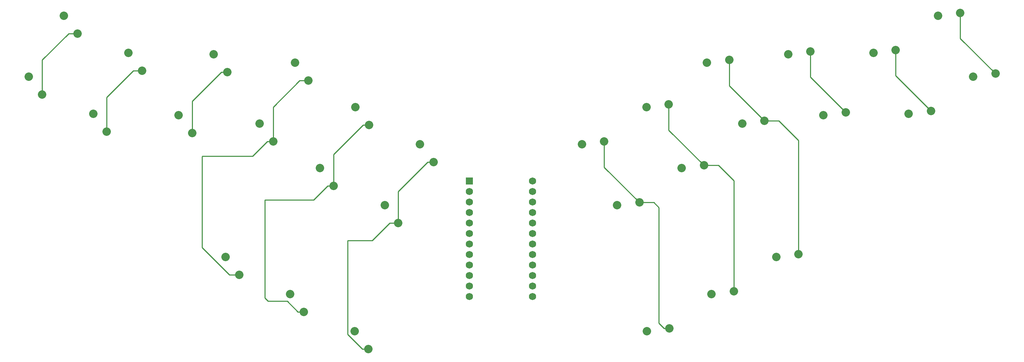
<source format=gtl>
%TF.GenerationSoftware,KiCad,Pcbnew,6.0.2+dfsg-1*%
%TF.CreationDate,2022-06-30T23:37:15+02:00*%
%TF.ProjectId,dragonwings_test,64726167-6f6e-4776-996e-67735f746573,v1.0.0*%
%TF.SameCoordinates,Original*%
%TF.FileFunction,Copper,L1,Top*%
%TF.FilePolarity,Positive*%
%FSLAX46Y46*%
G04 Gerber Fmt 4.6, Leading zero omitted, Abs format (unit mm)*
G04 Created by KiCad (PCBNEW 6.0.2+dfsg-1) date 2022-06-30 23:37:15*
%MOMM*%
%LPD*%
G01*
G04 APERTURE LIST*
%TA.AperFunction,ComponentPad*%
%ADD10C,2.032000*%
%TD*%
%TA.AperFunction,ComponentPad*%
%ADD11R,1.752600X1.752600*%
%TD*%
%TA.AperFunction,ComponentPad*%
%ADD12C,1.752600*%
%TD*%
%TA.AperFunction,Conductor*%
%ADD13C,0.250000*%
%TD*%
G04 APERTURE END LIST*
D10*
%TO.P,S2,1*%
%TO.N,P21*%
X107787840Y-110343077D03*
%TO.P,S2,2*%
%TO.N,pinky1_home*%
X104507713Y-106024424D03*
%TD*%
%TO.P,S4,1*%
%TO.N,P20*%
X123376298Y-119343077D03*
%TO.P,S4,2*%
%TO.N,pinky2_home*%
X120096171Y-115024424D03*
%TD*%
%TO.P,S3,1*%
%TO.N,P20*%
X114876298Y-134065509D03*
%TO.P,S3,2*%
%TO.N,pinky2_bottom*%
X111596171Y-129746856D03*
%TD*%
%TO.P,S6,1*%
%TO.N,P19*%
X143964755Y-119682823D03*
%TO.P,S6,2*%
%TO.N,ring_home*%
X140684628Y-115364170D03*
%TD*%
%TO.P,S15,1*%
%TO.N,P14*%
X178024355Y-186689865D03*
%TO.P,S15,2*%
%TO.N,far_thumb*%
X174744228Y-182371212D03*
%TD*%
%TO.P,S8,1*%
%TO.N,P18*%
X163553212Y-121754620D03*
%TO.P,S8,2*%
%TO.N,middle_home*%
X160273085Y-117435967D03*
%TD*%
%TO.P,S25,1*%
%TO.N,P6*%
X250518584Y-127486671D03*
%TO.P,S25,2*%
%TO.N,mirror_index_home*%
X245138457Y-128168018D03*
%TD*%
%TO.P,S5,1*%
%TO.N,P19*%
X135464755Y-134405255D03*
%TO.P,S5,2*%
%TO.N,ring_bottom*%
X132184628Y-130086602D03*
%TD*%
%TO.P,S14,1*%
%TO.N,P15*%
X162435898Y-177689865D03*
%TO.P,S14,2*%
%TO.N,home_thumb*%
X159155771Y-173371212D03*
%TD*%
%TO.P,S29,1*%
%TO.N,P6*%
X266224355Y-172689865D03*
%TO.P,S29,2*%
%TO.N,mirror_home_thumb*%
X260844228Y-173371212D03*
%TD*%
%TO.P,S27,1*%
%TO.N,P7*%
X234930127Y-136486671D03*
%TO.P,S27,2*%
%TO.N,mirror_inner_home*%
X229550000Y-137168018D03*
%TD*%
%TO.P,S18,1*%
%TO.N,P3*%
X313783956Y-129065509D03*
%TO.P,S18,2*%
%TO.N,mirror_pinky2_bottom*%
X308403829Y-129746856D03*
%TD*%
%TO.P,S16,1*%
%TO.N,P2*%
X329372413Y-120065509D03*
%TO.P,S16,2*%
%TO.N,mirror_pinky1_bottom*%
X323992286Y-120746856D03*
%TD*%
%TO.P,S7,1*%
%TO.N,P18*%
X155053212Y-136477052D03*
%TO.P,S7,2*%
%TO.N,middle_bottom*%
X151773085Y-132158399D03*
%TD*%
D11*
%TO.P,MCU1,1*%
%TO.N,RAW*%
X202380000Y-146030000D03*
D12*
%TO.P,MCU1,2*%
%TO.N,GND*%
X202380000Y-148570000D03*
%TO.P,MCU1,3*%
%TO.N,RST*%
X202380000Y-151110000D03*
%TO.P,MCU1,4*%
%TO.N,VCC*%
X202380000Y-153650000D03*
%TO.P,MCU1,5*%
%TO.N,P21*%
X202380000Y-156190000D03*
%TO.P,MCU1,6*%
%TO.N,P20*%
X202380000Y-158730000D03*
%TO.P,MCU1,7*%
%TO.N,P19*%
X202380000Y-161270000D03*
%TO.P,MCU1,8*%
%TO.N,P18*%
X202380000Y-163810000D03*
%TO.P,MCU1,9*%
%TO.N,P15*%
X202380000Y-166350000D03*
%TO.P,MCU1,10*%
%TO.N,P14*%
X202380000Y-168890000D03*
%TO.P,MCU1,11*%
%TO.N,P16*%
X202380000Y-171430000D03*
%TO.P,MCU1,12*%
%TO.N,P10*%
X202380000Y-173970000D03*
%TO.P,MCU1,13*%
%TO.N,P1*%
X217620000Y-146030000D03*
%TO.P,MCU1,14*%
%TO.N,P0*%
X217620000Y-148570000D03*
%TO.P,MCU1,15*%
%TO.N,GND*%
X217620000Y-151110000D03*
%TO.P,MCU1,16*%
X217620000Y-153650000D03*
%TO.P,MCU1,17*%
%TO.N,P2*%
X217620000Y-156190000D03*
%TO.P,MCU1,18*%
%TO.N,P3*%
X217620000Y-158730000D03*
%TO.P,MCU1,19*%
%TO.N,P4*%
X217620000Y-161270000D03*
%TO.P,MCU1,20*%
%TO.N,P5*%
X217620000Y-163810000D03*
%TO.P,MCU1,21*%
%TO.N,P6*%
X217620000Y-166350000D03*
%TO.P,MCU1,22*%
%TO.N,P7*%
X217620000Y-168890000D03*
%TO.P,MCU1,23*%
%TO.N,P8*%
X217620000Y-171430000D03*
%TO.P,MCU1,24*%
%TO.N,P9*%
X217620000Y-173970000D03*
%TD*%
D10*
%TO.P,S26,1*%
%TO.N,P7*%
X243430127Y-151209103D03*
%TO.P,S26,2*%
%TO.N,mirror_inner_bottom*%
X238050000Y-151890450D03*
%TD*%
%TO.P,S30,1*%
%TO.N,P7*%
X250635898Y-181689865D03*
%TO.P,S30,2*%
%TO.N,mirror_far_thumb*%
X245255771Y-182371212D03*
%TD*%
%TO.P,S11,1*%
%TO.N,P14*%
X185230127Y-156209103D03*
%TO.P,S11,2*%
%TO.N,inner_bottom*%
X181950000Y-151890450D03*
%TD*%
%TO.P,S17,1*%
%TO.N,P2*%
X320872413Y-105343077D03*
%TO.P,S17,2*%
%TO.N,mirror_pinky1_home*%
X315492286Y-106024424D03*
%TD*%
%TO.P,S10,1*%
%TO.N,P15*%
X178141669Y-132486671D03*
%TO.P,S10,2*%
%TO.N,index_home*%
X174861542Y-128168018D03*
%TD*%
%TO.P,S19,1*%
%TO.N,P3*%
X305283956Y-114343077D03*
%TO.P,S19,2*%
%TO.N,mirror_pinky2_home*%
X299903829Y-115024424D03*
%TD*%
%TO.P,S21,1*%
%TO.N,P4*%
X284695498Y-114682823D03*
%TO.P,S21,2*%
%TO.N,mirror_ring_home*%
X279315371Y-115364170D03*
%TD*%
%TO.P,S9,1*%
%TO.N,P15*%
X169641669Y-147209103D03*
%TO.P,S9,2*%
%TO.N,index_bottom*%
X166361542Y-142890450D03*
%TD*%
%TO.P,S24,1*%
%TO.N,P6*%
X259018584Y-142209103D03*
%TO.P,S24,2*%
%TO.N,mirror_index_bottom*%
X253638457Y-142890450D03*
%TD*%
%TO.P,S28,1*%
%TO.N,P5*%
X281812812Y-163689865D03*
%TO.P,S28,2*%
%TO.N,mirror_near_thumb*%
X276432685Y-164371212D03*
%TD*%
%TO.P,S13,1*%
%TO.N,P18*%
X146847441Y-168689865D03*
%TO.P,S13,2*%
%TO.N,near_thumb*%
X143567314Y-164371212D03*
%TD*%
%TO.P,S20,1*%
%TO.N,P4*%
X293195498Y-129405255D03*
%TO.P,S20,2*%
%TO.N,mirror_ring_bottom*%
X287815371Y-130086602D03*
%TD*%
%TO.P,S1,1*%
%TO.N,P21*%
X99287840Y-125065509D03*
%TO.P,S1,2*%
%TO.N,pinky1_bottom*%
X96007713Y-120746856D03*
%TD*%
%TO.P,S22,1*%
%TO.N,P5*%
X273607041Y-131477052D03*
%TO.P,S22,2*%
%TO.N,mirror_middle_bottom*%
X268226914Y-132158399D03*
%TD*%
%TO.P,S12,1*%
%TO.N,P14*%
X193730127Y-141486671D03*
%TO.P,S12,2*%
%TO.N,inner_home*%
X190450000Y-137168018D03*
%TD*%
%TO.P,S23,1*%
%TO.N,P5*%
X265107041Y-116754620D03*
%TO.P,S23,2*%
%TO.N,mirror_middle_home*%
X259726914Y-117435967D03*
%TD*%
D13*
%TO.N,P21*%
X105687272Y-110343077D02*
X99287840Y-116742509D01*
X99287840Y-116742509D02*
X99287840Y-125065509D01*
X107787840Y-110343077D02*
X105687272Y-110343077D01*
%TO.N,P20*%
X114876298Y-134065509D02*
X114876298Y-125742509D01*
X114876298Y-125742509D02*
X121275730Y-119343077D01*
X121275730Y-119343077D02*
X123376298Y-119343077D01*
%TO.N,P19*%
X142527915Y-119682823D02*
X135464755Y-126745983D01*
X143964755Y-119682823D02*
X142527915Y-119682823D01*
X135464755Y-126745983D02*
X135464755Y-134405255D01*
%TO.N,P18*%
X146847441Y-168689865D02*
X144489865Y-168689865D01*
X153616372Y-136477052D02*
X150093424Y-140000000D01*
X137900000Y-162100000D02*
X137900000Y-140100000D01*
X150093424Y-140000000D02*
X138000000Y-140000000D01*
X138000000Y-140000000D02*
X137900000Y-140100000D01*
X144489865Y-168689865D02*
X137900000Y-162100000D01*
X163553212Y-121754620D02*
X161452644Y-121754620D01*
X161452644Y-121754620D02*
X155053212Y-128154052D01*
X155053212Y-128154052D02*
X155053212Y-136477052D01*
X155053212Y-136477052D02*
X153616372Y-136477052D01*
%TO.N,P15*%
X153806401Y-175100000D02*
X153000000Y-174293599D01*
X160999058Y-177689865D02*
X158409193Y-175100000D01*
X164813932Y-150600000D02*
X153000000Y-150600000D01*
X169641669Y-139549831D02*
X169641669Y-147209103D01*
X153000000Y-174293599D02*
X153000000Y-150600000D01*
X176704829Y-132486671D02*
X169641669Y-139549831D01*
X162435898Y-177689865D02*
X160999058Y-177689865D01*
X178141669Y-132486671D02*
X176704829Y-132486671D01*
X168204829Y-147209103D02*
X164813932Y-150600000D01*
X158409193Y-175100000D02*
X153806401Y-175100000D01*
X169641669Y-147209103D02*
X168204829Y-147209103D01*
%TO.N,P14*%
X176587515Y-186689865D02*
X173000000Y-183102350D01*
X183129559Y-156209103D02*
X185230127Y-156209103D01*
X173000000Y-183102350D02*
X173000000Y-160400000D01*
X178024355Y-186689865D02*
X176587515Y-186689865D01*
X185230127Y-148549831D02*
X185230127Y-156209103D01*
X178938662Y-160400000D02*
X183129559Y-156209103D01*
X193730127Y-141486671D02*
X192293287Y-141486671D01*
X192293287Y-141486671D02*
X185230127Y-148549831D01*
X173000000Y-160400000D02*
X178938662Y-160400000D01*
%TO.N,P2*%
X320872413Y-111565509D02*
X329372413Y-120065509D01*
X320872413Y-105343077D02*
X320872413Y-111565509D01*
%TO.N,P3*%
X305283956Y-120565509D02*
X313783956Y-129065509D01*
X305283956Y-114343077D02*
X305283956Y-120565509D01*
%TO.N,P4*%
X284695498Y-114682823D02*
X284695498Y-120905255D01*
X284695498Y-120905255D02*
X293195498Y-129405255D01*
%TO.N,P5*%
X273607041Y-131477052D02*
X277073635Y-131477052D01*
X265107041Y-122977052D02*
X273607041Y-131477052D01*
X265107041Y-116754620D02*
X265107041Y-122977052D01*
X281812812Y-136216229D02*
X281812812Y-163689865D01*
X277073635Y-131477052D02*
X281812812Y-136216229D01*
%TO.N,P6*%
X259018584Y-142209103D02*
X262485178Y-142209103D01*
X266224355Y-145948280D02*
X266224355Y-172689865D01*
X250518584Y-127486671D02*
X250518584Y-133709103D01*
X262485178Y-142209103D02*
X266224355Y-145948280D01*
X250518584Y-133709103D02*
X259018584Y-142209103D01*
%TO.N,P7*%
X243430127Y-151209103D02*
X246896721Y-151209103D01*
X234930127Y-142709103D02*
X243430127Y-151209103D01*
X246896721Y-151209103D02*
X248100000Y-152412382D01*
X234930127Y-136486671D02*
X234930127Y-142709103D01*
X248100000Y-152412382D02*
X248100000Y-180400000D01*
X249389865Y-181689865D02*
X250635898Y-181689865D01*
X248100000Y-180400000D02*
X249389865Y-181689865D01*
%TD*%
M02*

</source>
